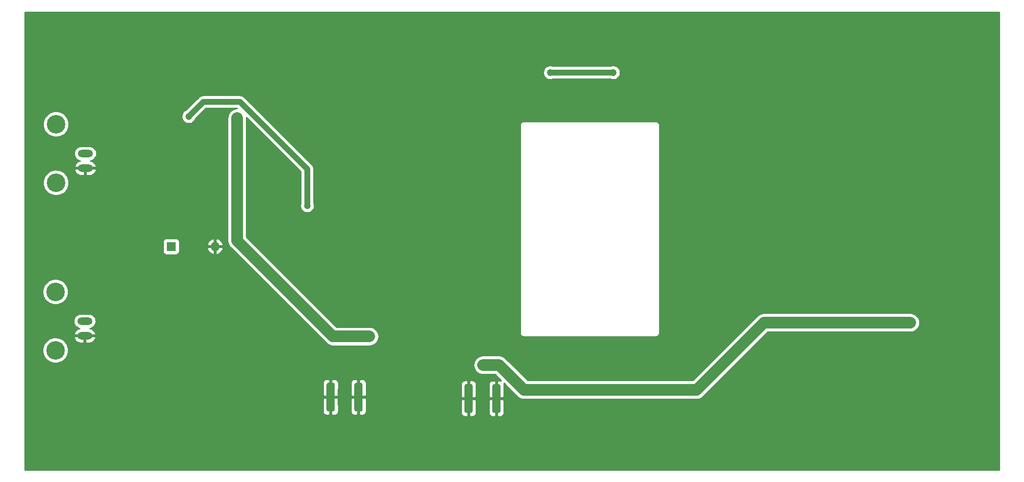
<source format=gbl>
G04 #@! TF.GenerationSoftware,KiCad,Pcbnew,(5.1.5)-3*
G04 #@! TF.CreationDate,2022-01-10T13:13:20-06:00*
G04 #@! TF.ProjectId,70W-Amplifier,3730572d-416d-4706-9c69-666965722e6b,rev?*
G04 #@! TF.SameCoordinates,Original*
G04 #@! TF.FileFunction,Copper,L2,Bot*
G04 #@! TF.FilePolarity,Positive*
%FSLAX46Y46*%
G04 Gerber Fmt 4.6, Leading zero omitted, Abs format (unit mm)*
G04 Created by KiCad (PCBNEW (5.1.5)-3) date 2022-01-10 13:13:20*
%MOMM*%
%LPD*%
G04 APERTURE LIST*
%ADD10C,0.100000*%
%ADD11O,2.616000X1.308000*%
%ADD12C,3.216000*%
%ADD13O,1.600000X1.600000*%
%ADD14R,1.600000X1.600000*%
%ADD15C,1.200000*%
%ADD16C,1.000000*%
%ADD17C,2.000000*%
%ADD18C,0.254000*%
G04 APERTURE END LIST*
G04 #@! TA.AperFunction,SMDPad,CuDef*
D10*
G36*
X130432306Y-108245685D02*
G01*
X130466282Y-108250725D01*
X130499600Y-108259071D01*
X130531939Y-108270642D01*
X130562989Y-108285328D01*
X130592450Y-108302986D01*
X130620038Y-108323446D01*
X130645487Y-108346513D01*
X130668554Y-108371962D01*
X130689014Y-108399550D01*
X130706672Y-108429011D01*
X130721358Y-108460061D01*
X130732929Y-108492400D01*
X130741275Y-108525718D01*
X130746315Y-108559694D01*
X130748000Y-108594000D01*
X130748000Y-112894000D01*
X130746315Y-112928306D01*
X130741275Y-112962282D01*
X130732929Y-112995600D01*
X130721358Y-113027939D01*
X130706672Y-113058989D01*
X130689014Y-113088450D01*
X130668554Y-113116038D01*
X130645487Y-113141487D01*
X130620038Y-113164554D01*
X130592450Y-113185014D01*
X130562989Y-113202672D01*
X130531939Y-113217358D01*
X130499600Y-113228929D01*
X130466282Y-113237275D01*
X130432306Y-113242315D01*
X130398000Y-113244000D01*
X129698000Y-113244000D01*
X129663694Y-113242315D01*
X129629718Y-113237275D01*
X129596400Y-113228929D01*
X129564061Y-113217358D01*
X129533011Y-113202672D01*
X129503550Y-113185014D01*
X129475962Y-113164554D01*
X129450513Y-113141487D01*
X129427446Y-113116038D01*
X129406986Y-113088450D01*
X129389328Y-113058989D01*
X129374642Y-113027939D01*
X129363071Y-112995600D01*
X129354725Y-112962282D01*
X129349685Y-112928306D01*
X129348000Y-112894000D01*
X129348000Y-108594000D01*
X129349685Y-108559694D01*
X129354725Y-108525718D01*
X129363071Y-108492400D01*
X129374642Y-108460061D01*
X129389328Y-108429011D01*
X129406986Y-108399550D01*
X129427446Y-108371962D01*
X129450513Y-108346513D01*
X129475962Y-108323446D01*
X129503550Y-108302986D01*
X129533011Y-108285328D01*
X129564061Y-108270642D01*
X129596400Y-108259071D01*
X129629718Y-108250725D01*
X129663694Y-108245685D01*
X129698000Y-108244000D01*
X130398000Y-108244000D01*
X130432306Y-108245685D01*
G37*
G04 #@! TD.AperFunction*
G04 #@! TA.AperFunction,SMDPad,CuDef*
G36*
X135260846Y-108253305D02*
G01*
X135294822Y-108258345D01*
X135328140Y-108266691D01*
X135360479Y-108278262D01*
X135391529Y-108292948D01*
X135420990Y-108310606D01*
X135448578Y-108331066D01*
X135474027Y-108354133D01*
X135497094Y-108379582D01*
X135517554Y-108407170D01*
X135535212Y-108436631D01*
X135549898Y-108467681D01*
X135561469Y-108500020D01*
X135569815Y-108533338D01*
X135574855Y-108567314D01*
X135576540Y-108601620D01*
X135576540Y-112901620D01*
X135574855Y-112935926D01*
X135569815Y-112969902D01*
X135561469Y-113003220D01*
X135549898Y-113035559D01*
X135535212Y-113066609D01*
X135517554Y-113096070D01*
X135497094Y-113123658D01*
X135474027Y-113149107D01*
X135448578Y-113172174D01*
X135420990Y-113192634D01*
X135391529Y-113210292D01*
X135360479Y-113224978D01*
X135328140Y-113236549D01*
X135294822Y-113244895D01*
X135260846Y-113249935D01*
X135226540Y-113251620D01*
X134526540Y-113251620D01*
X134492234Y-113249935D01*
X134458258Y-113244895D01*
X134424940Y-113236549D01*
X134392601Y-113224978D01*
X134361551Y-113210292D01*
X134332090Y-113192634D01*
X134304502Y-113172174D01*
X134279053Y-113149107D01*
X134255986Y-113123658D01*
X134235526Y-113096070D01*
X134217868Y-113066609D01*
X134203182Y-113035559D01*
X134191611Y-113003220D01*
X134183265Y-112969902D01*
X134178225Y-112935926D01*
X134176540Y-112901620D01*
X134176540Y-108601620D01*
X134178225Y-108567314D01*
X134183265Y-108533338D01*
X134191611Y-108500020D01*
X134203182Y-108467681D01*
X134217868Y-108436631D01*
X134235526Y-108407170D01*
X134255986Y-108379582D01*
X134279053Y-108354133D01*
X134304502Y-108331066D01*
X134332090Y-108310606D01*
X134361551Y-108292948D01*
X134392601Y-108278262D01*
X134424940Y-108266691D01*
X134458258Y-108258345D01*
X134492234Y-108253305D01*
X134526540Y-108251620D01*
X135226540Y-108251620D01*
X135260846Y-108253305D01*
G37*
G04 #@! TD.AperFunction*
G04 #@! TA.AperFunction,SMDPad,CuDef*
G36*
X154369266Y-108476825D02*
G01*
X154403242Y-108481865D01*
X154436560Y-108490211D01*
X154468899Y-108501782D01*
X154499949Y-108516468D01*
X154529410Y-108534126D01*
X154556998Y-108554586D01*
X154582447Y-108577653D01*
X154605514Y-108603102D01*
X154625974Y-108630690D01*
X154643632Y-108660151D01*
X154658318Y-108691201D01*
X154669889Y-108723540D01*
X154678235Y-108756858D01*
X154683275Y-108790834D01*
X154684960Y-108825140D01*
X154684960Y-113125140D01*
X154683275Y-113159446D01*
X154678235Y-113193422D01*
X154669889Y-113226740D01*
X154658318Y-113259079D01*
X154643632Y-113290129D01*
X154625974Y-113319590D01*
X154605514Y-113347178D01*
X154582447Y-113372627D01*
X154556998Y-113395694D01*
X154529410Y-113416154D01*
X154499949Y-113433812D01*
X154468899Y-113448498D01*
X154436560Y-113460069D01*
X154403242Y-113468415D01*
X154369266Y-113473455D01*
X154334960Y-113475140D01*
X153634960Y-113475140D01*
X153600654Y-113473455D01*
X153566678Y-113468415D01*
X153533360Y-113460069D01*
X153501021Y-113448498D01*
X153469971Y-113433812D01*
X153440510Y-113416154D01*
X153412922Y-113395694D01*
X153387473Y-113372627D01*
X153364406Y-113347178D01*
X153343946Y-113319590D01*
X153326288Y-113290129D01*
X153311602Y-113259079D01*
X153300031Y-113226740D01*
X153291685Y-113193422D01*
X153286645Y-113159446D01*
X153284960Y-113125140D01*
X153284960Y-108825140D01*
X153286645Y-108790834D01*
X153291685Y-108756858D01*
X153300031Y-108723540D01*
X153311602Y-108691201D01*
X153326288Y-108660151D01*
X153343946Y-108630690D01*
X153364406Y-108603102D01*
X153387473Y-108577653D01*
X153412922Y-108554586D01*
X153440510Y-108534126D01*
X153469971Y-108516468D01*
X153501021Y-108501782D01*
X153533360Y-108490211D01*
X153566678Y-108481865D01*
X153600654Y-108476825D01*
X153634960Y-108475140D01*
X154334960Y-108475140D01*
X154369266Y-108476825D01*
G37*
G04 #@! TD.AperFunction*
G04 #@! TA.AperFunction,SMDPad,CuDef*
G36*
X159197806Y-108484445D02*
G01*
X159231782Y-108489485D01*
X159265100Y-108497831D01*
X159297439Y-108509402D01*
X159328489Y-108524088D01*
X159357950Y-108541746D01*
X159385538Y-108562206D01*
X159410987Y-108585273D01*
X159434054Y-108610722D01*
X159454514Y-108638310D01*
X159472172Y-108667771D01*
X159486858Y-108698821D01*
X159498429Y-108731160D01*
X159506775Y-108764478D01*
X159511815Y-108798454D01*
X159513500Y-108832760D01*
X159513500Y-113132760D01*
X159511815Y-113167066D01*
X159506775Y-113201042D01*
X159498429Y-113234360D01*
X159486858Y-113266699D01*
X159472172Y-113297749D01*
X159454514Y-113327210D01*
X159434054Y-113354798D01*
X159410987Y-113380247D01*
X159385538Y-113403314D01*
X159357950Y-113423774D01*
X159328489Y-113441432D01*
X159297439Y-113456118D01*
X159265100Y-113467689D01*
X159231782Y-113476035D01*
X159197806Y-113481075D01*
X159163500Y-113482760D01*
X158463500Y-113482760D01*
X158429194Y-113481075D01*
X158395218Y-113476035D01*
X158361900Y-113467689D01*
X158329561Y-113456118D01*
X158298511Y-113441432D01*
X158269050Y-113423774D01*
X158241462Y-113403314D01*
X158216013Y-113380247D01*
X158192946Y-113354798D01*
X158172486Y-113327210D01*
X158154828Y-113297749D01*
X158140142Y-113266699D01*
X158128571Y-113234360D01*
X158120225Y-113201042D01*
X158115185Y-113167066D01*
X158113500Y-113132760D01*
X158113500Y-108832760D01*
X158115185Y-108798454D01*
X158120225Y-108764478D01*
X158128571Y-108731160D01*
X158140142Y-108698821D01*
X158154828Y-108667771D01*
X158172486Y-108638310D01*
X158192946Y-108610722D01*
X158216013Y-108585273D01*
X158241462Y-108562206D01*
X158269050Y-108541746D01*
X158298511Y-108524088D01*
X158329561Y-108509402D01*
X158361900Y-108497831D01*
X158395218Y-108489485D01*
X158429194Y-108484445D01*
X158463500Y-108482760D01*
X159163500Y-108482760D01*
X159197806Y-108484445D01*
G37*
G04 #@! TD.AperFunction*
D11*
X87466000Y-68426000D03*
X87466000Y-70966000D03*
D12*
X82386000Y-73506000D03*
X82386000Y-63346000D03*
D11*
X87376000Y-97536000D03*
X87376000Y-100076000D03*
D12*
X82296000Y-102616000D03*
X82296000Y-92456000D03*
D13*
X109982000Y-84582000D03*
D14*
X102362000Y-84582000D03*
D15*
X179070000Y-54356000D03*
X168148000Y-54356000D03*
X230632000Y-97790000D03*
X156464000Y-105156000D03*
X136779000Y-100203000D03*
X113792000Y-62230000D03*
X105410000Y-61976000D03*
X125984000Y-77470000D03*
D16*
X168148000Y-54356000D02*
X179070000Y-54356000D01*
D17*
X230632000Y-97790000D02*
X205232000Y-97790000D01*
X205232000Y-97790000D02*
X193548000Y-109474000D01*
X193548000Y-109474000D02*
X163576000Y-109474000D01*
X163576000Y-109474000D02*
X159258000Y-105156000D01*
X159258000Y-105156000D02*
X156464000Y-105156000D01*
X156464000Y-105156000D02*
X156464000Y-105156000D01*
X136779000Y-100203000D02*
X130429000Y-100203000D01*
X130429000Y-100203000D02*
X113792000Y-83566000D01*
X113792000Y-83566000D02*
X113792000Y-62230000D01*
X113792000Y-62230000D02*
X113792000Y-62230000D01*
D16*
X105410000Y-61976000D02*
X107950000Y-59436000D01*
X107950000Y-59436000D02*
X114300000Y-59436000D01*
X114300000Y-59436000D02*
X125984000Y-71120000D01*
X125984000Y-71120000D02*
X125984000Y-77470000D01*
X125984000Y-77470000D02*
X125984000Y-77470000D01*
D18*
G36*
X246073000Y-123373000D02*
G01*
X77027000Y-123373000D01*
X77027000Y-113244000D01*
X128709928Y-113244000D01*
X128722188Y-113368482D01*
X128758498Y-113488180D01*
X128817463Y-113598494D01*
X128896815Y-113695185D01*
X128993506Y-113774537D01*
X129103820Y-113833502D01*
X129223518Y-113869812D01*
X129348000Y-113882072D01*
X129762250Y-113879000D01*
X129921000Y-113720250D01*
X129921000Y-110871000D01*
X130175000Y-110871000D01*
X130175000Y-113720250D01*
X130333750Y-113879000D01*
X130748000Y-113882072D01*
X130872482Y-113869812D01*
X130992180Y-113833502D01*
X131102494Y-113774537D01*
X131199185Y-113695185D01*
X131278537Y-113598494D01*
X131337502Y-113488180D01*
X131373812Y-113368482D01*
X131385321Y-113251620D01*
X133538468Y-113251620D01*
X133550728Y-113376102D01*
X133587038Y-113495800D01*
X133646003Y-113606114D01*
X133725355Y-113702805D01*
X133822046Y-113782157D01*
X133932360Y-113841122D01*
X134052058Y-113877432D01*
X134176540Y-113889692D01*
X134590790Y-113886620D01*
X134749540Y-113727870D01*
X134749540Y-110878620D01*
X135003540Y-110878620D01*
X135003540Y-113727870D01*
X135162290Y-113886620D01*
X135576540Y-113889692D01*
X135701022Y-113877432D01*
X135820720Y-113841122D01*
X135931034Y-113782157D01*
X136027725Y-113702805D01*
X136107077Y-113606114D01*
X136166042Y-113495800D01*
X136172309Y-113475140D01*
X152646888Y-113475140D01*
X152659148Y-113599622D01*
X152695458Y-113719320D01*
X152754423Y-113829634D01*
X152833775Y-113926325D01*
X152930466Y-114005677D01*
X153040780Y-114064642D01*
X153160478Y-114100952D01*
X153284960Y-114113212D01*
X153699210Y-114110140D01*
X153857960Y-113951390D01*
X153857960Y-111102140D01*
X154111960Y-111102140D01*
X154111960Y-113951390D01*
X154270710Y-114110140D01*
X154684960Y-114113212D01*
X154809442Y-114100952D01*
X154929140Y-114064642D01*
X155039454Y-114005677D01*
X155136145Y-113926325D01*
X155215497Y-113829634D01*
X155274462Y-113719320D01*
X155310772Y-113599622D01*
X155322281Y-113482760D01*
X157475428Y-113482760D01*
X157487688Y-113607242D01*
X157523998Y-113726940D01*
X157582963Y-113837254D01*
X157662315Y-113933945D01*
X157759006Y-114013297D01*
X157869320Y-114072262D01*
X157989018Y-114108572D01*
X158113500Y-114120832D01*
X158527750Y-114117760D01*
X158686500Y-113959010D01*
X158686500Y-111109760D01*
X158940500Y-111109760D01*
X158940500Y-113959010D01*
X159099250Y-114117760D01*
X159513500Y-114120832D01*
X159637982Y-114108572D01*
X159757680Y-114072262D01*
X159867994Y-114013297D01*
X159964685Y-113933945D01*
X160044037Y-113837254D01*
X160103002Y-113726940D01*
X160139312Y-113607242D01*
X160151572Y-113482760D01*
X160148500Y-111268510D01*
X159989750Y-111109760D01*
X158940500Y-111109760D01*
X158686500Y-111109760D01*
X157637250Y-111109760D01*
X157478500Y-111268510D01*
X157475428Y-113482760D01*
X155322281Y-113482760D01*
X155323032Y-113475140D01*
X155319960Y-111260890D01*
X155161210Y-111102140D01*
X154111960Y-111102140D01*
X153857960Y-111102140D01*
X152808710Y-111102140D01*
X152649960Y-111260890D01*
X152646888Y-113475140D01*
X136172309Y-113475140D01*
X136202352Y-113376102D01*
X136214612Y-113251620D01*
X136211540Y-111037370D01*
X136052790Y-110878620D01*
X135003540Y-110878620D01*
X134749540Y-110878620D01*
X133700290Y-110878620D01*
X133541540Y-111037370D01*
X133538468Y-113251620D01*
X131385321Y-113251620D01*
X131386072Y-113244000D01*
X131383000Y-111029750D01*
X131224250Y-110871000D01*
X130175000Y-110871000D01*
X129921000Y-110871000D01*
X128871750Y-110871000D01*
X128713000Y-111029750D01*
X128709928Y-113244000D01*
X77027000Y-113244000D01*
X77027000Y-108244000D01*
X128709928Y-108244000D01*
X128713000Y-110458250D01*
X128871750Y-110617000D01*
X129921000Y-110617000D01*
X129921000Y-107767750D01*
X130175000Y-107767750D01*
X130175000Y-110617000D01*
X131224250Y-110617000D01*
X131383000Y-110458250D01*
X131386061Y-108251620D01*
X133538468Y-108251620D01*
X133541540Y-110465870D01*
X133700290Y-110624620D01*
X134749540Y-110624620D01*
X134749540Y-107775370D01*
X135003540Y-107775370D01*
X135003540Y-110624620D01*
X136052790Y-110624620D01*
X136211540Y-110465870D01*
X136214301Y-108475140D01*
X152646888Y-108475140D01*
X152649960Y-110689390D01*
X152808710Y-110848140D01*
X153857960Y-110848140D01*
X153857960Y-107998890D01*
X154111960Y-107998890D01*
X154111960Y-110848140D01*
X155161210Y-110848140D01*
X155319960Y-110689390D01*
X155323021Y-108482760D01*
X157475428Y-108482760D01*
X157478500Y-110697010D01*
X157637250Y-110855760D01*
X158686500Y-110855760D01*
X158686500Y-108006510D01*
X158527750Y-107847760D01*
X158113500Y-107844688D01*
X157989018Y-107856948D01*
X157869320Y-107893258D01*
X157759006Y-107952223D01*
X157662315Y-108031575D01*
X157582963Y-108128266D01*
X157523998Y-108238580D01*
X157487688Y-108358278D01*
X157475428Y-108482760D01*
X155323021Y-108482760D01*
X155323032Y-108475140D01*
X155310772Y-108350658D01*
X155274462Y-108230960D01*
X155215497Y-108120646D01*
X155136145Y-108023955D01*
X155039454Y-107944603D01*
X154929140Y-107885638D01*
X154809442Y-107849328D01*
X154684960Y-107837068D01*
X154270710Y-107840140D01*
X154111960Y-107998890D01*
X153857960Y-107998890D01*
X153699210Y-107840140D01*
X153284960Y-107837068D01*
X153160478Y-107849328D01*
X153040780Y-107885638D01*
X152930466Y-107944603D01*
X152833775Y-108023955D01*
X152754423Y-108120646D01*
X152695458Y-108230960D01*
X152659148Y-108350658D01*
X152646888Y-108475140D01*
X136214301Y-108475140D01*
X136214612Y-108251620D01*
X136202352Y-108127138D01*
X136166042Y-108007440D01*
X136107077Y-107897126D01*
X136027725Y-107800435D01*
X135931034Y-107721083D01*
X135820720Y-107662118D01*
X135701022Y-107625808D01*
X135576540Y-107613548D01*
X135162290Y-107616620D01*
X135003540Y-107775370D01*
X134749540Y-107775370D01*
X134590790Y-107616620D01*
X134176540Y-107613548D01*
X134052058Y-107625808D01*
X133932360Y-107662118D01*
X133822046Y-107721083D01*
X133725355Y-107800435D01*
X133646003Y-107897126D01*
X133587038Y-108007440D01*
X133550728Y-108127138D01*
X133538468Y-108251620D01*
X131386061Y-108251620D01*
X131386072Y-108244000D01*
X131373812Y-108119518D01*
X131337502Y-107999820D01*
X131278537Y-107889506D01*
X131199185Y-107792815D01*
X131102494Y-107713463D01*
X130992180Y-107654498D01*
X130872482Y-107618188D01*
X130748000Y-107605928D01*
X130333750Y-107609000D01*
X130175000Y-107767750D01*
X129921000Y-107767750D01*
X129762250Y-107609000D01*
X129348000Y-107605928D01*
X129223518Y-107618188D01*
X129103820Y-107654498D01*
X128993506Y-107713463D01*
X128896815Y-107792815D01*
X128817463Y-107889506D01*
X128758498Y-107999820D01*
X128722188Y-108119518D01*
X128709928Y-108244000D01*
X77027000Y-108244000D01*
X77027000Y-105156000D01*
X154821089Y-105156000D01*
X154852657Y-105476516D01*
X154946148Y-105784715D01*
X155097969Y-106068752D01*
X155302286Y-106317714D01*
X155551248Y-106522031D01*
X155835285Y-106673852D01*
X156143484Y-106767343D01*
X156383678Y-106791000D01*
X158580762Y-106791000D01*
X159650510Y-107860748D01*
X159637982Y-107856948D01*
X159513500Y-107844688D01*
X159099250Y-107847760D01*
X158940500Y-108006510D01*
X158940500Y-110855760D01*
X159989750Y-110855760D01*
X160148500Y-110697010D01*
X160151572Y-108482760D01*
X160139312Y-108358278D01*
X160135512Y-108345750D01*
X162363080Y-110573319D01*
X162414286Y-110635714D01*
X162663248Y-110840031D01*
X162947285Y-110991852D01*
X163255484Y-111085343D01*
X163495678Y-111109000D01*
X163495680Y-111109000D01*
X163575999Y-111116911D01*
X163656319Y-111109000D01*
X193467681Y-111109000D01*
X193548000Y-111116911D01*
X193628319Y-111109000D01*
X193628322Y-111109000D01*
X193868516Y-111085343D01*
X194176715Y-110991852D01*
X194460752Y-110840031D01*
X194709714Y-110635714D01*
X194760925Y-110573313D01*
X205909239Y-99425000D01*
X230712322Y-99425000D01*
X230952516Y-99401343D01*
X231260715Y-99307852D01*
X231544752Y-99156031D01*
X231793714Y-98951714D01*
X231998031Y-98702752D01*
X232149852Y-98418715D01*
X232243343Y-98110516D01*
X232274911Y-97790000D01*
X232243343Y-97469484D01*
X232149852Y-97161285D01*
X231998031Y-96877248D01*
X231793714Y-96628286D01*
X231544752Y-96423969D01*
X231260715Y-96272148D01*
X230952516Y-96178657D01*
X230712322Y-96155000D01*
X205312319Y-96155000D01*
X205231999Y-96147089D01*
X205151680Y-96155000D01*
X205151678Y-96155000D01*
X204911484Y-96178657D01*
X204603285Y-96272148D01*
X204319248Y-96423969D01*
X204070286Y-96628286D01*
X204019080Y-96690681D01*
X192870762Y-107839000D01*
X164253239Y-107839000D01*
X160470925Y-104056687D01*
X160419714Y-103994286D01*
X160170752Y-103789969D01*
X159886715Y-103638148D01*
X159578516Y-103544657D01*
X159338322Y-103521000D01*
X159338319Y-103521000D01*
X159258000Y-103513089D01*
X159177681Y-103521000D01*
X156383678Y-103521000D01*
X156143484Y-103544657D01*
X155835285Y-103638148D01*
X155551248Y-103789969D01*
X155302286Y-103994286D01*
X155097969Y-104243248D01*
X154946148Y-104527285D01*
X154852657Y-104835484D01*
X154821089Y-105156000D01*
X77027000Y-105156000D01*
X77027000Y-102395084D01*
X80053000Y-102395084D01*
X80053000Y-102836916D01*
X80139197Y-103270259D01*
X80308279Y-103678459D01*
X80553748Y-104045829D01*
X80866171Y-104358252D01*
X81233541Y-104603721D01*
X81641741Y-104772803D01*
X82075084Y-104859000D01*
X82516916Y-104859000D01*
X82950259Y-104772803D01*
X83358459Y-104603721D01*
X83725829Y-104358252D01*
X84038252Y-104045829D01*
X84283721Y-103678459D01*
X84452803Y-103270259D01*
X84539000Y-102836916D01*
X84539000Y-102395084D01*
X84452803Y-101961741D01*
X84283721Y-101553541D01*
X84038252Y-101186171D01*
X83725829Y-100873748D01*
X83358459Y-100628279D01*
X82950259Y-100459197D01*
X82663208Y-100402099D01*
X85474932Y-100402099D01*
X85482517Y-100451946D01*
X85579677Y-100686533D01*
X85720736Y-100897658D01*
X85900273Y-101077207D01*
X86111388Y-101218280D01*
X86345969Y-101315456D01*
X86595000Y-101365000D01*
X87249000Y-101365000D01*
X87249000Y-100203000D01*
X87503000Y-100203000D01*
X87503000Y-101365000D01*
X88157000Y-101365000D01*
X88406031Y-101315456D01*
X88640612Y-101218280D01*
X88851727Y-101077207D01*
X89031264Y-100897658D01*
X89172323Y-100686533D01*
X89269483Y-100451946D01*
X89277068Y-100402099D01*
X89153092Y-100203000D01*
X87503000Y-100203000D01*
X87249000Y-100203000D01*
X85598908Y-100203000D01*
X85474932Y-100402099D01*
X82663208Y-100402099D01*
X82516916Y-100373000D01*
X82075084Y-100373000D01*
X81641741Y-100459197D01*
X81233541Y-100628279D01*
X80866171Y-100873748D01*
X80553748Y-101186171D01*
X80308279Y-101553541D01*
X80139197Y-101961741D01*
X80053000Y-102395084D01*
X77027000Y-102395084D01*
X77027000Y-97536000D01*
X85426764Y-97536000D01*
X85451652Y-97788688D01*
X85525358Y-98031665D01*
X85645051Y-98255595D01*
X85806130Y-98451870D01*
X86002405Y-98612949D01*
X86226335Y-98732642D01*
X86469312Y-98806348D01*
X86488332Y-98808221D01*
X86345969Y-98836544D01*
X86111388Y-98933720D01*
X85900273Y-99074793D01*
X85720736Y-99254342D01*
X85579677Y-99465467D01*
X85482517Y-99700054D01*
X85474932Y-99749901D01*
X85598908Y-99949000D01*
X87249000Y-99949000D01*
X87249000Y-99929000D01*
X87503000Y-99929000D01*
X87503000Y-99949000D01*
X89153092Y-99949000D01*
X89277068Y-99749901D01*
X89269483Y-99700054D01*
X89172323Y-99465467D01*
X89031264Y-99254342D01*
X88851727Y-99074793D01*
X88640612Y-98933720D01*
X88406031Y-98836544D01*
X88263668Y-98808221D01*
X88282688Y-98806348D01*
X88525665Y-98732642D01*
X88749595Y-98612949D01*
X88945870Y-98451870D01*
X89106949Y-98255595D01*
X89226642Y-98031665D01*
X89300348Y-97788688D01*
X89325236Y-97536000D01*
X89300348Y-97283312D01*
X89226642Y-97040335D01*
X89106949Y-96816405D01*
X88945870Y-96620130D01*
X88749595Y-96459051D01*
X88525665Y-96339358D01*
X88282688Y-96265652D01*
X88093314Y-96247000D01*
X86658686Y-96247000D01*
X86469312Y-96265652D01*
X86226335Y-96339358D01*
X86002405Y-96459051D01*
X85806130Y-96620130D01*
X85645051Y-96816405D01*
X85525358Y-97040335D01*
X85451652Y-97283312D01*
X85426764Y-97536000D01*
X77027000Y-97536000D01*
X77027000Y-92235084D01*
X80053000Y-92235084D01*
X80053000Y-92676916D01*
X80139197Y-93110259D01*
X80308279Y-93518459D01*
X80553748Y-93885829D01*
X80866171Y-94198252D01*
X81233541Y-94443721D01*
X81641741Y-94612803D01*
X82075084Y-94699000D01*
X82516916Y-94699000D01*
X82950259Y-94612803D01*
X83358459Y-94443721D01*
X83725829Y-94198252D01*
X84038252Y-93885829D01*
X84283721Y-93518459D01*
X84452803Y-93110259D01*
X84539000Y-92676916D01*
X84539000Y-92235084D01*
X84452803Y-91801741D01*
X84283721Y-91393541D01*
X84038252Y-91026171D01*
X83725829Y-90713748D01*
X83358459Y-90468279D01*
X82950259Y-90299197D01*
X82516916Y-90213000D01*
X82075084Y-90213000D01*
X81641741Y-90299197D01*
X81233541Y-90468279D01*
X80866171Y-90713748D01*
X80553748Y-91026171D01*
X80308279Y-91393541D01*
X80139197Y-91801741D01*
X80053000Y-92235084D01*
X77027000Y-92235084D01*
X77027000Y-83782000D01*
X100923928Y-83782000D01*
X100923928Y-85382000D01*
X100936188Y-85506482D01*
X100972498Y-85626180D01*
X101031463Y-85736494D01*
X101110815Y-85833185D01*
X101207506Y-85912537D01*
X101317820Y-85971502D01*
X101437518Y-86007812D01*
X101562000Y-86020072D01*
X103162000Y-86020072D01*
X103286482Y-86007812D01*
X103406180Y-85971502D01*
X103516494Y-85912537D01*
X103613185Y-85833185D01*
X103692537Y-85736494D01*
X103751502Y-85626180D01*
X103787812Y-85506482D01*
X103800072Y-85382000D01*
X103800072Y-84931039D01*
X108590096Y-84931039D01*
X108630754Y-85065087D01*
X108750963Y-85319420D01*
X108918481Y-85545414D01*
X109126869Y-85734385D01*
X109368119Y-85879070D01*
X109632960Y-85973909D01*
X109855000Y-85852624D01*
X109855000Y-84709000D01*
X110109000Y-84709000D01*
X110109000Y-85852624D01*
X110331040Y-85973909D01*
X110595881Y-85879070D01*
X110837131Y-85734385D01*
X111045519Y-85545414D01*
X111213037Y-85319420D01*
X111333246Y-85065087D01*
X111373904Y-84931039D01*
X111251915Y-84709000D01*
X110109000Y-84709000D01*
X109855000Y-84709000D01*
X108712085Y-84709000D01*
X108590096Y-84931039D01*
X103800072Y-84931039D01*
X103800072Y-84232961D01*
X108590096Y-84232961D01*
X108712085Y-84455000D01*
X109855000Y-84455000D01*
X109855000Y-83311376D01*
X110109000Y-83311376D01*
X110109000Y-84455000D01*
X111251915Y-84455000D01*
X111373904Y-84232961D01*
X111333246Y-84098913D01*
X111213037Y-83844580D01*
X111045519Y-83618586D01*
X110837131Y-83429615D01*
X110595881Y-83284930D01*
X110331040Y-83190091D01*
X110109000Y-83311376D01*
X109855000Y-83311376D01*
X109632960Y-83190091D01*
X109368119Y-83284930D01*
X109126869Y-83429615D01*
X108918481Y-83618586D01*
X108750963Y-83844580D01*
X108630754Y-84098913D01*
X108590096Y-84232961D01*
X103800072Y-84232961D01*
X103800072Y-83782000D01*
X103787812Y-83657518D01*
X103751502Y-83537820D01*
X103692537Y-83427506D01*
X103613185Y-83330815D01*
X103516494Y-83251463D01*
X103406180Y-83192498D01*
X103286482Y-83156188D01*
X103162000Y-83143928D01*
X101562000Y-83143928D01*
X101437518Y-83156188D01*
X101317820Y-83192498D01*
X101207506Y-83251463D01*
X101110815Y-83330815D01*
X101031463Y-83427506D01*
X100972498Y-83537820D01*
X100936188Y-83657518D01*
X100923928Y-83782000D01*
X77027000Y-83782000D01*
X77027000Y-73285084D01*
X80143000Y-73285084D01*
X80143000Y-73726916D01*
X80229197Y-74160259D01*
X80398279Y-74568459D01*
X80643748Y-74935829D01*
X80956171Y-75248252D01*
X81323541Y-75493721D01*
X81731741Y-75662803D01*
X82165084Y-75749000D01*
X82606916Y-75749000D01*
X83040259Y-75662803D01*
X83448459Y-75493721D01*
X83815829Y-75248252D01*
X84128252Y-74935829D01*
X84373721Y-74568459D01*
X84542803Y-74160259D01*
X84629000Y-73726916D01*
X84629000Y-73285084D01*
X84542803Y-72851741D01*
X84373721Y-72443541D01*
X84128252Y-72076171D01*
X83815829Y-71763748D01*
X83448459Y-71518279D01*
X83040259Y-71349197D01*
X82753208Y-71292099D01*
X85564932Y-71292099D01*
X85572517Y-71341946D01*
X85669677Y-71576533D01*
X85810736Y-71787658D01*
X85990273Y-71967207D01*
X86201388Y-72108280D01*
X86435969Y-72205456D01*
X86685000Y-72255000D01*
X87339000Y-72255000D01*
X87339000Y-71093000D01*
X87593000Y-71093000D01*
X87593000Y-72255000D01*
X88247000Y-72255000D01*
X88496031Y-72205456D01*
X88730612Y-72108280D01*
X88941727Y-71967207D01*
X89121264Y-71787658D01*
X89262323Y-71576533D01*
X89359483Y-71341946D01*
X89367068Y-71292099D01*
X89243092Y-71093000D01*
X87593000Y-71093000D01*
X87339000Y-71093000D01*
X85688908Y-71093000D01*
X85564932Y-71292099D01*
X82753208Y-71292099D01*
X82606916Y-71263000D01*
X82165084Y-71263000D01*
X81731741Y-71349197D01*
X81323541Y-71518279D01*
X80956171Y-71763748D01*
X80643748Y-72076171D01*
X80398279Y-72443541D01*
X80229197Y-72851741D01*
X80143000Y-73285084D01*
X77027000Y-73285084D01*
X77027000Y-68426000D01*
X85516764Y-68426000D01*
X85541652Y-68678688D01*
X85615358Y-68921665D01*
X85735051Y-69145595D01*
X85896130Y-69341870D01*
X86092405Y-69502949D01*
X86316335Y-69622642D01*
X86559312Y-69696348D01*
X86578332Y-69698221D01*
X86435969Y-69726544D01*
X86201388Y-69823720D01*
X85990273Y-69964793D01*
X85810736Y-70144342D01*
X85669677Y-70355467D01*
X85572517Y-70590054D01*
X85564932Y-70639901D01*
X85688908Y-70839000D01*
X87339000Y-70839000D01*
X87339000Y-70819000D01*
X87593000Y-70819000D01*
X87593000Y-70839000D01*
X89243092Y-70839000D01*
X89367068Y-70639901D01*
X89359483Y-70590054D01*
X89262323Y-70355467D01*
X89121264Y-70144342D01*
X88941727Y-69964793D01*
X88730612Y-69823720D01*
X88496031Y-69726544D01*
X88353668Y-69698221D01*
X88372688Y-69696348D01*
X88615665Y-69622642D01*
X88839595Y-69502949D01*
X89035870Y-69341870D01*
X89196949Y-69145595D01*
X89316642Y-68921665D01*
X89390348Y-68678688D01*
X89415236Y-68426000D01*
X89390348Y-68173312D01*
X89316642Y-67930335D01*
X89196949Y-67706405D01*
X89035870Y-67510130D01*
X88839595Y-67349051D01*
X88615665Y-67229358D01*
X88372688Y-67155652D01*
X88183314Y-67137000D01*
X86748686Y-67137000D01*
X86559312Y-67155652D01*
X86316335Y-67229358D01*
X86092405Y-67349051D01*
X85896130Y-67510130D01*
X85735051Y-67706405D01*
X85615358Y-67930335D01*
X85541652Y-68173312D01*
X85516764Y-68426000D01*
X77027000Y-68426000D01*
X77027000Y-63125084D01*
X80143000Y-63125084D01*
X80143000Y-63566916D01*
X80229197Y-64000259D01*
X80398279Y-64408459D01*
X80643748Y-64775829D01*
X80956171Y-65088252D01*
X81323541Y-65333721D01*
X81731741Y-65502803D01*
X82165084Y-65589000D01*
X82606916Y-65589000D01*
X83040259Y-65502803D01*
X83448459Y-65333721D01*
X83815829Y-65088252D01*
X84128252Y-64775829D01*
X84373721Y-64408459D01*
X84542803Y-64000259D01*
X84629000Y-63566916D01*
X84629000Y-63125084D01*
X84542803Y-62691741D01*
X84373721Y-62283541D01*
X84128252Y-61916171D01*
X84066444Y-61854363D01*
X104175000Y-61854363D01*
X104175000Y-62097637D01*
X104222460Y-62336236D01*
X104315557Y-62560992D01*
X104450713Y-62763267D01*
X104622733Y-62935287D01*
X104825008Y-63070443D01*
X105049764Y-63163540D01*
X105288363Y-63211000D01*
X105531637Y-63211000D01*
X105770236Y-63163540D01*
X105994992Y-63070443D01*
X106197267Y-62935287D01*
X106369287Y-62763267D01*
X106504443Y-62560992D01*
X106556984Y-62434147D01*
X108420132Y-60571000D01*
X113829869Y-60571000D01*
X113851853Y-60592984D01*
X113792000Y-60587089D01*
X113711678Y-60595000D01*
X113471484Y-60618657D01*
X113163285Y-60712148D01*
X112879248Y-60863969D01*
X112630286Y-61068286D01*
X112425969Y-61317248D01*
X112274148Y-61601285D01*
X112180657Y-61909484D01*
X112149089Y-62230000D01*
X112157001Y-62310332D01*
X112157000Y-83485681D01*
X112149089Y-83566000D01*
X112157000Y-83646319D01*
X112157000Y-83646321D01*
X112180657Y-83886515D01*
X112274148Y-84194714D01*
X112425969Y-84478751D01*
X112630286Y-84727714D01*
X112692687Y-84778925D01*
X129216080Y-101302319D01*
X129267286Y-101364714D01*
X129516248Y-101569031D01*
X129800285Y-101720852D01*
X130108484Y-101814343D01*
X130348678Y-101838000D01*
X130348680Y-101838000D01*
X130428999Y-101845911D01*
X130509319Y-101838000D01*
X136859322Y-101838000D01*
X137099516Y-101814343D01*
X137407715Y-101720852D01*
X137691752Y-101569031D01*
X137940714Y-101364714D01*
X138145031Y-101115752D01*
X138296852Y-100831715D01*
X138390343Y-100523516D01*
X138421911Y-100203000D01*
X138390343Y-99882484D01*
X138296852Y-99574285D01*
X138145031Y-99290248D01*
X137940714Y-99041286D01*
X137691752Y-98836969D01*
X137407715Y-98685148D01*
X137099516Y-98591657D01*
X136859322Y-98568000D01*
X131106239Y-98568000D01*
X115427000Y-82888762D01*
X115427000Y-62310322D01*
X115434911Y-62230000D01*
X115429016Y-62170147D01*
X124849000Y-71590132D01*
X124849001Y-76982919D01*
X124796460Y-77109764D01*
X124749000Y-77348363D01*
X124749000Y-77591637D01*
X124796460Y-77830236D01*
X124889557Y-78054992D01*
X125024713Y-78257267D01*
X125196733Y-78429287D01*
X125399008Y-78564443D01*
X125623764Y-78657540D01*
X125862363Y-78705000D01*
X126105637Y-78705000D01*
X126344236Y-78657540D01*
X126568992Y-78564443D01*
X126771267Y-78429287D01*
X126943287Y-78257267D01*
X127078443Y-78054992D01*
X127171540Y-77830236D01*
X127219000Y-77591637D01*
X127219000Y-77348363D01*
X127171540Y-77109764D01*
X127119000Y-76982921D01*
X127119000Y-71175741D01*
X127124490Y-71119999D01*
X127119000Y-71064257D01*
X127119000Y-71064248D01*
X127102577Y-70897501D01*
X127037676Y-70683553D01*
X126932284Y-70486377D01*
X126790449Y-70313551D01*
X126747141Y-70278009D01*
X119969132Y-63500000D01*
X162887686Y-63500000D01*
X162891001Y-63533657D01*
X162891000Y-99534353D01*
X162887686Y-99568000D01*
X162900912Y-99702283D01*
X162940081Y-99831406D01*
X163003688Y-99950407D01*
X163089289Y-100054711D01*
X163193593Y-100140312D01*
X163312594Y-100203919D01*
X163441717Y-100243088D01*
X163576000Y-100256314D01*
X163609647Y-100253000D01*
X186402353Y-100253000D01*
X186436000Y-100256314D01*
X186570283Y-100243088D01*
X186699406Y-100203919D01*
X186818407Y-100140312D01*
X186922711Y-100054711D01*
X187008312Y-99950407D01*
X187071919Y-99831406D01*
X187111088Y-99702283D01*
X187121000Y-99601647D01*
X187121000Y-99601646D01*
X187124314Y-99568000D01*
X187121000Y-99534353D01*
X187121000Y-63533647D01*
X187124314Y-63500000D01*
X187111088Y-63365717D01*
X187071919Y-63236594D01*
X187008312Y-63117593D01*
X186922711Y-63013289D01*
X186818407Y-62927688D01*
X186699406Y-62864081D01*
X186570283Y-62824912D01*
X186469647Y-62815000D01*
X186436000Y-62811686D01*
X186402353Y-62815000D01*
X163609647Y-62815000D01*
X163576000Y-62811686D01*
X163542353Y-62815000D01*
X163441717Y-62824912D01*
X163312594Y-62864081D01*
X163193593Y-62927688D01*
X163089289Y-63013289D01*
X163003688Y-63117593D01*
X162940081Y-63236594D01*
X162900912Y-63365717D01*
X162887686Y-63500000D01*
X119969132Y-63500000D01*
X115141996Y-58672865D01*
X115106449Y-58629551D01*
X114933623Y-58487716D01*
X114736447Y-58382324D01*
X114522499Y-58317423D01*
X114355752Y-58301000D01*
X114355751Y-58301000D01*
X114300000Y-58295509D01*
X114244249Y-58301000D01*
X108005741Y-58301000D01*
X107949999Y-58295510D01*
X107894257Y-58301000D01*
X107894248Y-58301000D01*
X107727501Y-58317423D01*
X107513553Y-58382324D01*
X107316377Y-58487716D01*
X107143551Y-58629551D01*
X107108009Y-58672859D01*
X104951853Y-60829016D01*
X104825008Y-60881557D01*
X104622733Y-61016713D01*
X104450713Y-61188733D01*
X104315557Y-61391008D01*
X104222460Y-61615764D01*
X104175000Y-61854363D01*
X84066444Y-61854363D01*
X83815829Y-61603748D01*
X83448459Y-61358279D01*
X83040259Y-61189197D01*
X82606916Y-61103000D01*
X82165084Y-61103000D01*
X81731741Y-61189197D01*
X81323541Y-61358279D01*
X80956171Y-61603748D01*
X80643748Y-61916171D01*
X80398279Y-62283541D01*
X80229197Y-62691741D01*
X80143000Y-63125084D01*
X77027000Y-63125084D01*
X77027000Y-54234363D01*
X166913000Y-54234363D01*
X166913000Y-54477637D01*
X166960460Y-54716236D01*
X167053557Y-54940992D01*
X167188713Y-55143267D01*
X167360733Y-55315287D01*
X167563008Y-55450443D01*
X167787764Y-55543540D01*
X168026363Y-55591000D01*
X168269637Y-55591000D01*
X168508236Y-55543540D01*
X168635079Y-55491000D01*
X178582921Y-55491000D01*
X178709764Y-55543540D01*
X178948363Y-55591000D01*
X179191637Y-55591000D01*
X179430236Y-55543540D01*
X179654992Y-55450443D01*
X179857267Y-55315287D01*
X180029287Y-55143267D01*
X180164443Y-54940992D01*
X180257540Y-54716236D01*
X180305000Y-54477637D01*
X180305000Y-54234363D01*
X180257540Y-53995764D01*
X180164443Y-53771008D01*
X180029287Y-53568733D01*
X179857267Y-53396713D01*
X179654992Y-53261557D01*
X179430236Y-53168460D01*
X179191637Y-53121000D01*
X178948363Y-53121000D01*
X178709764Y-53168460D01*
X178582921Y-53221000D01*
X168635079Y-53221000D01*
X168508236Y-53168460D01*
X168269637Y-53121000D01*
X168026363Y-53121000D01*
X167787764Y-53168460D01*
X167563008Y-53261557D01*
X167360733Y-53396713D01*
X167188713Y-53568733D01*
X167053557Y-53771008D01*
X166960460Y-53995764D01*
X166913000Y-54234363D01*
X77027000Y-54234363D01*
X77027000Y-43865000D01*
X246073000Y-43865000D01*
X246073000Y-123373000D01*
G37*
X246073000Y-123373000D02*
X77027000Y-123373000D01*
X77027000Y-113244000D01*
X128709928Y-113244000D01*
X128722188Y-113368482D01*
X128758498Y-113488180D01*
X128817463Y-113598494D01*
X128896815Y-113695185D01*
X128993506Y-113774537D01*
X129103820Y-113833502D01*
X129223518Y-113869812D01*
X129348000Y-113882072D01*
X129762250Y-113879000D01*
X129921000Y-113720250D01*
X129921000Y-110871000D01*
X130175000Y-110871000D01*
X130175000Y-113720250D01*
X130333750Y-113879000D01*
X130748000Y-113882072D01*
X130872482Y-113869812D01*
X130992180Y-113833502D01*
X131102494Y-113774537D01*
X131199185Y-113695185D01*
X131278537Y-113598494D01*
X131337502Y-113488180D01*
X131373812Y-113368482D01*
X131385321Y-113251620D01*
X133538468Y-113251620D01*
X133550728Y-113376102D01*
X133587038Y-113495800D01*
X133646003Y-113606114D01*
X133725355Y-113702805D01*
X133822046Y-113782157D01*
X133932360Y-113841122D01*
X134052058Y-113877432D01*
X134176540Y-113889692D01*
X134590790Y-113886620D01*
X134749540Y-113727870D01*
X134749540Y-110878620D01*
X135003540Y-110878620D01*
X135003540Y-113727870D01*
X135162290Y-113886620D01*
X135576540Y-113889692D01*
X135701022Y-113877432D01*
X135820720Y-113841122D01*
X135931034Y-113782157D01*
X136027725Y-113702805D01*
X136107077Y-113606114D01*
X136166042Y-113495800D01*
X136172309Y-113475140D01*
X152646888Y-113475140D01*
X152659148Y-113599622D01*
X152695458Y-113719320D01*
X152754423Y-113829634D01*
X152833775Y-113926325D01*
X152930466Y-114005677D01*
X153040780Y-114064642D01*
X153160478Y-114100952D01*
X153284960Y-114113212D01*
X153699210Y-114110140D01*
X153857960Y-113951390D01*
X153857960Y-111102140D01*
X154111960Y-111102140D01*
X154111960Y-113951390D01*
X154270710Y-114110140D01*
X154684960Y-114113212D01*
X154809442Y-114100952D01*
X154929140Y-114064642D01*
X155039454Y-114005677D01*
X155136145Y-113926325D01*
X155215497Y-113829634D01*
X155274462Y-113719320D01*
X155310772Y-113599622D01*
X155322281Y-113482760D01*
X157475428Y-113482760D01*
X157487688Y-113607242D01*
X157523998Y-113726940D01*
X157582963Y-113837254D01*
X157662315Y-113933945D01*
X157759006Y-114013297D01*
X157869320Y-114072262D01*
X157989018Y-114108572D01*
X158113500Y-114120832D01*
X158527750Y-114117760D01*
X158686500Y-113959010D01*
X158686500Y-111109760D01*
X158940500Y-111109760D01*
X158940500Y-113959010D01*
X159099250Y-114117760D01*
X159513500Y-114120832D01*
X159637982Y-114108572D01*
X159757680Y-114072262D01*
X159867994Y-114013297D01*
X159964685Y-113933945D01*
X160044037Y-113837254D01*
X160103002Y-113726940D01*
X160139312Y-113607242D01*
X160151572Y-113482760D01*
X160148500Y-111268510D01*
X159989750Y-111109760D01*
X158940500Y-111109760D01*
X158686500Y-111109760D01*
X157637250Y-111109760D01*
X157478500Y-111268510D01*
X157475428Y-113482760D01*
X155322281Y-113482760D01*
X155323032Y-113475140D01*
X155319960Y-111260890D01*
X155161210Y-111102140D01*
X154111960Y-111102140D01*
X153857960Y-111102140D01*
X152808710Y-111102140D01*
X152649960Y-111260890D01*
X152646888Y-113475140D01*
X136172309Y-113475140D01*
X136202352Y-113376102D01*
X136214612Y-113251620D01*
X136211540Y-111037370D01*
X136052790Y-110878620D01*
X135003540Y-110878620D01*
X134749540Y-110878620D01*
X133700290Y-110878620D01*
X133541540Y-111037370D01*
X133538468Y-113251620D01*
X131385321Y-113251620D01*
X131386072Y-113244000D01*
X131383000Y-111029750D01*
X131224250Y-110871000D01*
X130175000Y-110871000D01*
X129921000Y-110871000D01*
X128871750Y-110871000D01*
X128713000Y-111029750D01*
X128709928Y-113244000D01*
X77027000Y-113244000D01*
X77027000Y-108244000D01*
X128709928Y-108244000D01*
X128713000Y-110458250D01*
X128871750Y-110617000D01*
X129921000Y-110617000D01*
X129921000Y-107767750D01*
X130175000Y-107767750D01*
X130175000Y-110617000D01*
X131224250Y-110617000D01*
X131383000Y-110458250D01*
X131386061Y-108251620D01*
X133538468Y-108251620D01*
X133541540Y-110465870D01*
X133700290Y-110624620D01*
X134749540Y-110624620D01*
X134749540Y-107775370D01*
X135003540Y-107775370D01*
X135003540Y-110624620D01*
X136052790Y-110624620D01*
X136211540Y-110465870D01*
X136214301Y-108475140D01*
X152646888Y-108475140D01*
X152649960Y-110689390D01*
X152808710Y-110848140D01*
X153857960Y-110848140D01*
X153857960Y-107998890D01*
X154111960Y-107998890D01*
X154111960Y-110848140D01*
X155161210Y-110848140D01*
X155319960Y-110689390D01*
X155323021Y-108482760D01*
X157475428Y-108482760D01*
X157478500Y-110697010D01*
X157637250Y-110855760D01*
X158686500Y-110855760D01*
X158686500Y-108006510D01*
X158527750Y-107847760D01*
X158113500Y-107844688D01*
X157989018Y-107856948D01*
X157869320Y-107893258D01*
X157759006Y-107952223D01*
X157662315Y-108031575D01*
X157582963Y-108128266D01*
X157523998Y-108238580D01*
X157487688Y-108358278D01*
X157475428Y-108482760D01*
X155323021Y-108482760D01*
X155323032Y-108475140D01*
X155310772Y-108350658D01*
X155274462Y-108230960D01*
X155215497Y-108120646D01*
X155136145Y-108023955D01*
X155039454Y-107944603D01*
X154929140Y-107885638D01*
X154809442Y-107849328D01*
X154684960Y-107837068D01*
X154270710Y-107840140D01*
X154111960Y-107998890D01*
X153857960Y-107998890D01*
X153699210Y-107840140D01*
X153284960Y-107837068D01*
X153160478Y-107849328D01*
X153040780Y-107885638D01*
X152930466Y-107944603D01*
X152833775Y-108023955D01*
X152754423Y-108120646D01*
X152695458Y-108230960D01*
X152659148Y-108350658D01*
X152646888Y-108475140D01*
X136214301Y-108475140D01*
X136214612Y-108251620D01*
X136202352Y-108127138D01*
X136166042Y-108007440D01*
X136107077Y-107897126D01*
X136027725Y-107800435D01*
X135931034Y-107721083D01*
X135820720Y-107662118D01*
X135701022Y-107625808D01*
X135576540Y-107613548D01*
X135162290Y-107616620D01*
X135003540Y-107775370D01*
X134749540Y-107775370D01*
X134590790Y-107616620D01*
X134176540Y-107613548D01*
X134052058Y-107625808D01*
X133932360Y-107662118D01*
X133822046Y-107721083D01*
X133725355Y-107800435D01*
X133646003Y-107897126D01*
X133587038Y-108007440D01*
X133550728Y-108127138D01*
X133538468Y-108251620D01*
X131386061Y-108251620D01*
X131386072Y-108244000D01*
X131373812Y-108119518D01*
X131337502Y-107999820D01*
X131278537Y-107889506D01*
X131199185Y-107792815D01*
X131102494Y-107713463D01*
X130992180Y-107654498D01*
X130872482Y-107618188D01*
X130748000Y-107605928D01*
X130333750Y-107609000D01*
X130175000Y-107767750D01*
X129921000Y-107767750D01*
X129762250Y-107609000D01*
X129348000Y-107605928D01*
X129223518Y-107618188D01*
X129103820Y-107654498D01*
X128993506Y-107713463D01*
X128896815Y-107792815D01*
X128817463Y-107889506D01*
X128758498Y-107999820D01*
X128722188Y-108119518D01*
X128709928Y-108244000D01*
X77027000Y-108244000D01*
X77027000Y-105156000D01*
X154821089Y-105156000D01*
X154852657Y-105476516D01*
X154946148Y-105784715D01*
X155097969Y-106068752D01*
X155302286Y-106317714D01*
X155551248Y-106522031D01*
X155835285Y-106673852D01*
X156143484Y-106767343D01*
X156383678Y-106791000D01*
X158580762Y-106791000D01*
X159650510Y-107860748D01*
X159637982Y-107856948D01*
X159513500Y-107844688D01*
X159099250Y-107847760D01*
X158940500Y-108006510D01*
X158940500Y-110855760D01*
X159989750Y-110855760D01*
X160148500Y-110697010D01*
X160151572Y-108482760D01*
X160139312Y-108358278D01*
X160135512Y-108345750D01*
X162363080Y-110573319D01*
X162414286Y-110635714D01*
X162663248Y-110840031D01*
X162947285Y-110991852D01*
X163255484Y-111085343D01*
X163495678Y-111109000D01*
X163495680Y-111109000D01*
X163575999Y-111116911D01*
X163656319Y-111109000D01*
X193467681Y-111109000D01*
X193548000Y-111116911D01*
X193628319Y-111109000D01*
X193628322Y-111109000D01*
X193868516Y-111085343D01*
X194176715Y-110991852D01*
X194460752Y-110840031D01*
X194709714Y-110635714D01*
X194760925Y-110573313D01*
X205909239Y-99425000D01*
X230712322Y-99425000D01*
X230952516Y-99401343D01*
X231260715Y-99307852D01*
X231544752Y-99156031D01*
X231793714Y-98951714D01*
X231998031Y-98702752D01*
X232149852Y-98418715D01*
X232243343Y-98110516D01*
X232274911Y-97790000D01*
X232243343Y-97469484D01*
X232149852Y-97161285D01*
X231998031Y-96877248D01*
X231793714Y-96628286D01*
X231544752Y-96423969D01*
X231260715Y-96272148D01*
X230952516Y-96178657D01*
X230712322Y-96155000D01*
X205312319Y-96155000D01*
X205231999Y-96147089D01*
X205151680Y-96155000D01*
X205151678Y-96155000D01*
X204911484Y-96178657D01*
X204603285Y-96272148D01*
X204319248Y-96423969D01*
X204070286Y-96628286D01*
X204019080Y-96690681D01*
X192870762Y-107839000D01*
X164253239Y-107839000D01*
X160470925Y-104056687D01*
X160419714Y-103994286D01*
X160170752Y-103789969D01*
X159886715Y-103638148D01*
X159578516Y-103544657D01*
X159338322Y-103521000D01*
X159338319Y-103521000D01*
X159258000Y-103513089D01*
X159177681Y-103521000D01*
X156383678Y-103521000D01*
X156143484Y-103544657D01*
X155835285Y-103638148D01*
X155551248Y-103789969D01*
X155302286Y-103994286D01*
X155097969Y-104243248D01*
X154946148Y-104527285D01*
X154852657Y-104835484D01*
X154821089Y-105156000D01*
X77027000Y-105156000D01*
X77027000Y-102395084D01*
X80053000Y-102395084D01*
X80053000Y-102836916D01*
X80139197Y-103270259D01*
X80308279Y-103678459D01*
X80553748Y-104045829D01*
X80866171Y-104358252D01*
X81233541Y-104603721D01*
X81641741Y-104772803D01*
X82075084Y-104859000D01*
X82516916Y-104859000D01*
X82950259Y-104772803D01*
X83358459Y-104603721D01*
X83725829Y-104358252D01*
X84038252Y-104045829D01*
X84283721Y-103678459D01*
X84452803Y-103270259D01*
X84539000Y-102836916D01*
X84539000Y-102395084D01*
X84452803Y-101961741D01*
X84283721Y-101553541D01*
X84038252Y-101186171D01*
X83725829Y-100873748D01*
X83358459Y-100628279D01*
X82950259Y-100459197D01*
X82663208Y-100402099D01*
X85474932Y-100402099D01*
X85482517Y-100451946D01*
X85579677Y-100686533D01*
X85720736Y-100897658D01*
X85900273Y-101077207D01*
X86111388Y-101218280D01*
X86345969Y-101315456D01*
X86595000Y-101365000D01*
X87249000Y-101365000D01*
X87249000Y-100203000D01*
X87503000Y-100203000D01*
X87503000Y-101365000D01*
X88157000Y-101365000D01*
X88406031Y-101315456D01*
X88640612Y-101218280D01*
X88851727Y-101077207D01*
X89031264Y-100897658D01*
X89172323Y-100686533D01*
X89269483Y-100451946D01*
X89277068Y-100402099D01*
X89153092Y-100203000D01*
X87503000Y-100203000D01*
X87249000Y-100203000D01*
X85598908Y-100203000D01*
X85474932Y-100402099D01*
X82663208Y-100402099D01*
X82516916Y-100373000D01*
X82075084Y-100373000D01*
X81641741Y-100459197D01*
X81233541Y-100628279D01*
X80866171Y-100873748D01*
X80553748Y-101186171D01*
X80308279Y-101553541D01*
X80139197Y-101961741D01*
X80053000Y-102395084D01*
X77027000Y-102395084D01*
X77027000Y-97536000D01*
X85426764Y-97536000D01*
X85451652Y-97788688D01*
X85525358Y-98031665D01*
X85645051Y-98255595D01*
X85806130Y-98451870D01*
X86002405Y-98612949D01*
X86226335Y-98732642D01*
X86469312Y-98806348D01*
X86488332Y-98808221D01*
X86345969Y-98836544D01*
X86111388Y-98933720D01*
X85900273Y-99074793D01*
X85720736Y-99254342D01*
X85579677Y-99465467D01*
X85482517Y-99700054D01*
X85474932Y-99749901D01*
X85598908Y-99949000D01*
X87249000Y-99949000D01*
X87249000Y-99929000D01*
X87503000Y-99929000D01*
X87503000Y-99949000D01*
X89153092Y-99949000D01*
X89277068Y-99749901D01*
X89269483Y-99700054D01*
X89172323Y-99465467D01*
X89031264Y-99254342D01*
X88851727Y-99074793D01*
X88640612Y-98933720D01*
X88406031Y-98836544D01*
X88263668Y-98808221D01*
X88282688Y-98806348D01*
X88525665Y-98732642D01*
X88749595Y-98612949D01*
X88945870Y-98451870D01*
X89106949Y-98255595D01*
X89226642Y-98031665D01*
X89300348Y-97788688D01*
X89325236Y-97536000D01*
X89300348Y-97283312D01*
X89226642Y-97040335D01*
X89106949Y-96816405D01*
X88945870Y-96620130D01*
X88749595Y-96459051D01*
X88525665Y-96339358D01*
X88282688Y-96265652D01*
X88093314Y-96247000D01*
X86658686Y-96247000D01*
X86469312Y-96265652D01*
X86226335Y-96339358D01*
X86002405Y-96459051D01*
X85806130Y-96620130D01*
X85645051Y-96816405D01*
X85525358Y-97040335D01*
X85451652Y-97283312D01*
X85426764Y-97536000D01*
X77027000Y-97536000D01*
X77027000Y-92235084D01*
X80053000Y-92235084D01*
X80053000Y-92676916D01*
X80139197Y-93110259D01*
X80308279Y-93518459D01*
X80553748Y-93885829D01*
X80866171Y-94198252D01*
X81233541Y-94443721D01*
X81641741Y-94612803D01*
X82075084Y-94699000D01*
X82516916Y-94699000D01*
X82950259Y-94612803D01*
X83358459Y-94443721D01*
X83725829Y-94198252D01*
X84038252Y-93885829D01*
X84283721Y-93518459D01*
X84452803Y-93110259D01*
X84539000Y-92676916D01*
X84539000Y-92235084D01*
X84452803Y-91801741D01*
X84283721Y-91393541D01*
X84038252Y-91026171D01*
X83725829Y-90713748D01*
X83358459Y-90468279D01*
X82950259Y-90299197D01*
X82516916Y-90213000D01*
X82075084Y-90213000D01*
X81641741Y-90299197D01*
X81233541Y-90468279D01*
X80866171Y-90713748D01*
X80553748Y-91026171D01*
X80308279Y-91393541D01*
X80139197Y-91801741D01*
X80053000Y-92235084D01*
X77027000Y-92235084D01*
X77027000Y-83782000D01*
X100923928Y-83782000D01*
X100923928Y-85382000D01*
X100936188Y-85506482D01*
X100972498Y-85626180D01*
X101031463Y-85736494D01*
X101110815Y-85833185D01*
X101207506Y-85912537D01*
X101317820Y-85971502D01*
X101437518Y-86007812D01*
X101562000Y-86020072D01*
X103162000Y-86020072D01*
X103286482Y-86007812D01*
X103406180Y-85971502D01*
X103516494Y-85912537D01*
X103613185Y-85833185D01*
X103692537Y-85736494D01*
X103751502Y-85626180D01*
X103787812Y-85506482D01*
X103800072Y-85382000D01*
X103800072Y-84931039D01*
X108590096Y-84931039D01*
X108630754Y-85065087D01*
X108750963Y-85319420D01*
X108918481Y-85545414D01*
X109126869Y-85734385D01*
X109368119Y-85879070D01*
X109632960Y-85973909D01*
X109855000Y-85852624D01*
X109855000Y-84709000D01*
X110109000Y-84709000D01*
X110109000Y-85852624D01*
X110331040Y-85973909D01*
X110595881Y-85879070D01*
X110837131Y-85734385D01*
X111045519Y-85545414D01*
X111213037Y-85319420D01*
X111333246Y-85065087D01*
X111373904Y-84931039D01*
X111251915Y-84709000D01*
X110109000Y-84709000D01*
X109855000Y-84709000D01*
X108712085Y-84709000D01*
X108590096Y-84931039D01*
X103800072Y-84931039D01*
X103800072Y-84232961D01*
X108590096Y-84232961D01*
X108712085Y-84455000D01*
X109855000Y-84455000D01*
X109855000Y-83311376D01*
X110109000Y-83311376D01*
X110109000Y-84455000D01*
X111251915Y-84455000D01*
X111373904Y-84232961D01*
X111333246Y-84098913D01*
X111213037Y-83844580D01*
X111045519Y-83618586D01*
X110837131Y-83429615D01*
X110595881Y-83284930D01*
X110331040Y-83190091D01*
X110109000Y-83311376D01*
X109855000Y-83311376D01*
X109632960Y-83190091D01*
X109368119Y-83284930D01*
X109126869Y-83429615D01*
X108918481Y-83618586D01*
X108750963Y-83844580D01*
X108630754Y-84098913D01*
X108590096Y-84232961D01*
X103800072Y-84232961D01*
X103800072Y-83782000D01*
X103787812Y-83657518D01*
X103751502Y-83537820D01*
X103692537Y-83427506D01*
X103613185Y-83330815D01*
X103516494Y-83251463D01*
X103406180Y-83192498D01*
X103286482Y-83156188D01*
X103162000Y-83143928D01*
X101562000Y-83143928D01*
X101437518Y-83156188D01*
X101317820Y-83192498D01*
X101207506Y-83251463D01*
X101110815Y-83330815D01*
X101031463Y-83427506D01*
X100972498Y-83537820D01*
X100936188Y-83657518D01*
X100923928Y-83782000D01*
X77027000Y-83782000D01*
X77027000Y-73285084D01*
X80143000Y-73285084D01*
X80143000Y-73726916D01*
X80229197Y-74160259D01*
X80398279Y-74568459D01*
X80643748Y-74935829D01*
X80956171Y-75248252D01*
X81323541Y-75493721D01*
X81731741Y-75662803D01*
X82165084Y-75749000D01*
X82606916Y-75749000D01*
X83040259Y-75662803D01*
X83448459Y-75493721D01*
X83815829Y-75248252D01*
X84128252Y-74935829D01*
X84373721Y-74568459D01*
X84542803Y-74160259D01*
X84629000Y-73726916D01*
X84629000Y-73285084D01*
X84542803Y-72851741D01*
X84373721Y-72443541D01*
X84128252Y-72076171D01*
X83815829Y-71763748D01*
X83448459Y-71518279D01*
X83040259Y-71349197D01*
X82753208Y-71292099D01*
X85564932Y-71292099D01*
X85572517Y-71341946D01*
X85669677Y-71576533D01*
X85810736Y-71787658D01*
X85990273Y-71967207D01*
X86201388Y-72108280D01*
X86435969Y-72205456D01*
X86685000Y-72255000D01*
X87339000Y-72255000D01*
X87339000Y-71093000D01*
X87593000Y-71093000D01*
X87593000Y-72255000D01*
X88247000Y-72255000D01*
X88496031Y-72205456D01*
X88730612Y-72108280D01*
X88941727Y-71967207D01*
X89121264Y-71787658D01*
X89262323Y-71576533D01*
X89359483Y-71341946D01*
X89367068Y-71292099D01*
X89243092Y-71093000D01*
X87593000Y-71093000D01*
X87339000Y-71093000D01*
X85688908Y-71093000D01*
X85564932Y-71292099D01*
X82753208Y-71292099D01*
X82606916Y-71263000D01*
X82165084Y-71263000D01*
X81731741Y-71349197D01*
X81323541Y-71518279D01*
X80956171Y-71763748D01*
X80643748Y-72076171D01*
X80398279Y-72443541D01*
X80229197Y-72851741D01*
X80143000Y-73285084D01*
X77027000Y-73285084D01*
X77027000Y-68426000D01*
X85516764Y-68426000D01*
X85541652Y-68678688D01*
X85615358Y-68921665D01*
X85735051Y-69145595D01*
X85896130Y-69341870D01*
X86092405Y-69502949D01*
X86316335Y-69622642D01*
X86559312Y-69696348D01*
X86578332Y-69698221D01*
X86435969Y-69726544D01*
X86201388Y-69823720D01*
X85990273Y-69964793D01*
X85810736Y-70144342D01*
X85669677Y-70355467D01*
X85572517Y-70590054D01*
X85564932Y-70639901D01*
X85688908Y-70839000D01*
X87339000Y-70839000D01*
X87339000Y-70819000D01*
X87593000Y-70819000D01*
X87593000Y-70839000D01*
X89243092Y-70839000D01*
X89367068Y-70639901D01*
X89359483Y-70590054D01*
X89262323Y-70355467D01*
X89121264Y-70144342D01*
X88941727Y-69964793D01*
X88730612Y-69823720D01*
X88496031Y-69726544D01*
X88353668Y-69698221D01*
X88372688Y-69696348D01*
X88615665Y-69622642D01*
X88839595Y-69502949D01*
X89035870Y-69341870D01*
X89196949Y-69145595D01*
X89316642Y-68921665D01*
X89390348Y-68678688D01*
X89415236Y-68426000D01*
X89390348Y-68173312D01*
X89316642Y-67930335D01*
X89196949Y-67706405D01*
X89035870Y-67510130D01*
X88839595Y-67349051D01*
X88615665Y-67229358D01*
X88372688Y-67155652D01*
X88183314Y-67137000D01*
X86748686Y-67137000D01*
X86559312Y-67155652D01*
X86316335Y-67229358D01*
X86092405Y-67349051D01*
X85896130Y-67510130D01*
X85735051Y-67706405D01*
X85615358Y-67930335D01*
X85541652Y-68173312D01*
X85516764Y-68426000D01*
X77027000Y-68426000D01*
X77027000Y-63125084D01*
X80143000Y-63125084D01*
X80143000Y-63566916D01*
X80229197Y-64000259D01*
X80398279Y-64408459D01*
X80643748Y-64775829D01*
X80956171Y-65088252D01*
X81323541Y-65333721D01*
X81731741Y-65502803D01*
X82165084Y-65589000D01*
X82606916Y-65589000D01*
X83040259Y-65502803D01*
X83448459Y-65333721D01*
X83815829Y-65088252D01*
X84128252Y-64775829D01*
X84373721Y-64408459D01*
X84542803Y-64000259D01*
X84629000Y-63566916D01*
X84629000Y-63125084D01*
X84542803Y-62691741D01*
X84373721Y-62283541D01*
X84128252Y-61916171D01*
X84066444Y-61854363D01*
X104175000Y-61854363D01*
X104175000Y-62097637D01*
X104222460Y-62336236D01*
X104315557Y-62560992D01*
X104450713Y-62763267D01*
X104622733Y-62935287D01*
X104825008Y-63070443D01*
X105049764Y-63163540D01*
X105288363Y-63211000D01*
X105531637Y-63211000D01*
X105770236Y-63163540D01*
X105994992Y-63070443D01*
X106197267Y-62935287D01*
X106369287Y-62763267D01*
X106504443Y-62560992D01*
X106556984Y-62434147D01*
X108420132Y-60571000D01*
X113829869Y-60571000D01*
X113851853Y-60592984D01*
X113792000Y-60587089D01*
X113711678Y-60595000D01*
X113471484Y-60618657D01*
X113163285Y-60712148D01*
X112879248Y-60863969D01*
X112630286Y-61068286D01*
X112425969Y-61317248D01*
X112274148Y-61601285D01*
X112180657Y-61909484D01*
X112149089Y-62230000D01*
X112157001Y-62310332D01*
X112157000Y-83485681D01*
X112149089Y-83566000D01*
X112157000Y-83646319D01*
X112157000Y-83646321D01*
X112180657Y-83886515D01*
X112274148Y-84194714D01*
X112425969Y-84478751D01*
X112630286Y-84727714D01*
X112692687Y-84778925D01*
X129216080Y-101302319D01*
X129267286Y-101364714D01*
X129516248Y-101569031D01*
X129800285Y-101720852D01*
X130108484Y-101814343D01*
X130348678Y-101838000D01*
X130348680Y-101838000D01*
X130428999Y-101845911D01*
X130509319Y-101838000D01*
X136859322Y-101838000D01*
X137099516Y-101814343D01*
X137407715Y-101720852D01*
X137691752Y-101569031D01*
X137940714Y-101364714D01*
X138145031Y-101115752D01*
X138296852Y-100831715D01*
X138390343Y-100523516D01*
X138421911Y-100203000D01*
X138390343Y-99882484D01*
X138296852Y-99574285D01*
X138145031Y-99290248D01*
X137940714Y-99041286D01*
X137691752Y-98836969D01*
X137407715Y-98685148D01*
X137099516Y-98591657D01*
X136859322Y-98568000D01*
X131106239Y-98568000D01*
X115427000Y-82888762D01*
X115427000Y-62310322D01*
X115434911Y-62230000D01*
X115429016Y-62170147D01*
X124849000Y-71590132D01*
X124849001Y-76982919D01*
X124796460Y-77109764D01*
X124749000Y-77348363D01*
X124749000Y-77591637D01*
X124796460Y-77830236D01*
X124889557Y-78054992D01*
X125024713Y-78257267D01*
X125196733Y-78429287D01*
X125399008Y-78564443D01*
X125623764Y-78657540D01*
X125862363Y-78705000D01*
X126105637Y-78705000D01*
X126344236Y-78657540D01*
X126568992Y-78564443D01*
X126771267Y-78429287D01*
X126943287Y-78257267D01*
X127078443Y-78054992D01*
X127171540Y-77830236D01*
X127219000Y-77591637D01*
X127219000Y-77348363D01*
X127171540Y-77109764D01*
X127119000Y-76982921D01*
X127119000Y-71175741D01*
X127124490Y-71119999D01*
X127119000Y-71064257D01*
X127119000Y-71064248D01*
X127102577Y-70897501D01*
X127037676Y-70683553D01*
X126932284Y-70486377D01*
X126790449Y-70313551D01*
X126747141Y-70278009D01*
X119969132Y-63500000D01*
X162887686Y-63500000D01*
X162891001Y-63533657D01*
X162891000Y-99534353D01*
X162887686Y-99568000D01*
X162900912Y-99702283D01*
X162940081Y-99831406D01*
X163003688Y-99950407D01*
X163089289Y-100054711D01*
X163193593Y-100140312D01*
X163312594Y-100203919D01*
X163441717Y-100243088D01*
X163576000Y-100256314D01*
X163609647Y-100253000D01*
X186402353Y-100253000D01*
X186436000Y-100256314D01*
X186570283Y-100243088D01*
X186699406Y-100203919D01*
X186818407Y-100140312D01*
X186922711Y-100054711D01*
X187008312Y-99950407D01*
X187071919Y-99831406D01*
X187111088Y-99702283D01*
X187121000Y-99601647D01*
X187121000Y-99601646D01*
X187124314Y-99568000D01*
X187121000Y-99534353D01*
X187121000Y-63533647D01*
X187124314Y-63500000D01*
X187111088Y-63365717D01*
X187071919Y-63236594D01*
X187008312Y-63117593D01*
X186922711Y-63013289D01*
X186818407Y-62927688D01*
X186699406Y-62864081D01*
X186570283Y-62824912D01*
X186469647Y-62815000D01*
X186436000Y-62811686D01*
X186402353Y-62815000D01*
X163609647Y-62815000D01*
X163576000Y-62811686D01*
X163542353Y-62815000D01*
X163441717Y-62824912D01*
X163312594Y-62864081D01*
X163193593Y-62927688D01*
X163089289Y-63013289D01*
X163003688Y-63117593D01*
X162940081Y-63236594D01*
X162900912Y-63365717D01*
X162887686Y-63500000D01*
X119969132Y-63500000D01*
X115141996Y-58672865D01*
X115106449Y-58629551D01*
X114933623Y-58487716D01*
X114736447Y-58382324D01*
X114522499Y-58317423D01*
X114355752Y-58301000D01*
X114355751Y-58301000D01*
X114300000Y-58295509D01*
X114244249Y-58301000D01*
X108005741Y-58301000D01*
X107949999Y-58295510D01*
X107894257Y-58301000D01*
X107894248Y-58301000D01*
X107727501Y-58317423D01*
X107513553Y-58382324D01*
X107316377Y-58487716D01*
X107143551Y-58629551D01*
X107108009Y-58672859D01*
X104951853Y-60829016D01*
X104825008Y-60881557D01*
X104622733Y-61016713D01*
X104450713Y-61188733D01*
X104315557Y-61391008D01*
X104222460Y-61615764D01*
X104175000Y-61854363D01*
X84066444Y-61854363D01*
X83815829Y-61603748D01*
X83448459Y-61358279D01*
X83040259Y-61189197D01*
X82606916Y-61103000D01*
X82165084Y-61103000D01*
X81731741Y-61189197D01*
X81323541Y-61358279D01*
X80956171Y-61603748D01*
X80643748Y-61916171D01*
X80398279Y-62283541D01*
X80229197Y-62691741D01*
X80143000Y-63125084D01*
X77027000Y-63125084D01*
X77027000Y-54234363D01*
X166913000Y-54234363D01*
X166913000Y-54477637D01*
X166960460Y-54716236D01*
X167053557Y-54940992D01*
X167188713Y-55143267D01*
X167360733Y-55315287D01*
X167563008Y-55450443D01*
X167787764Y-55543540D01*
X168026363Y-55591000D01*
X168269637Y-55591000D01*
X168508236Y-55543540D01*
X168635079Y-55491000D01*
X178582921Y-55491000D01*
X178709764Y-55543540D01*
X178948363Y-55591000D01*
X179191637Y-55591000D01*
X179430236Y-55543540D01*
X179654992Y-55450443D01*
X179857267Y-55315287D01*
X180029287Y-55143267D01*
X180164443Y-54940992D01*
X180257540Y-54716236D01*
X180305000Y-54477637D01*
X180305000Y-54234363D01*
X180257540Y-53995764D01*
X180164443Y-53771008D01*
X180029287Y-53568733D01*
X179857267Y-53396713D01*
X179654992Y-53261557D01*
X179430236Y-53168460D01*
X179191637Y-53121000D01*
X178948363Y-53121000D01*
X178709764Y-53168460D01*
X178582921Y-53221000D01*
X168635079Y-53221000D01*
X168508236Y-53168460D01*
X168269637Y-53121000D01*
X168026363Y-53121000D01*
X167787764Y-53168460D01*
X167563008Y-53261557D01*
X167360733Y-53396713D01*
X167188713Y-53568733D01*
X167053557Y-53771008D01*
X166960460Y-53995764D01*
X166913000Y-54234363D01*
X77027000Y-54234363D01*
X77027000Y-43865000D01*
X246073000Y-43865000D01*
X246073000Y-123373000D01*
M02*

</source>
